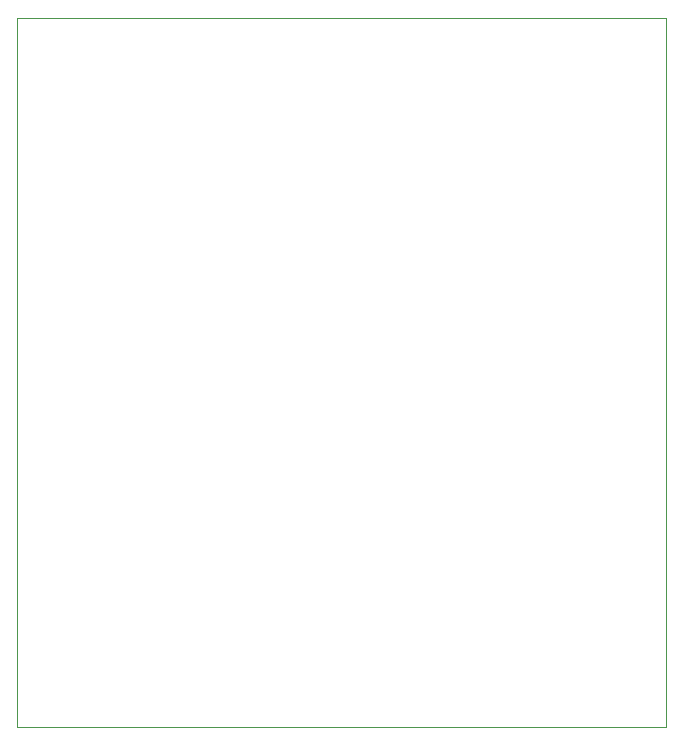
<source format=gbr>
%TF.GenerationSoftware,KiCad,Pcbnew,9.0.0*%
%TF.CreationDate,2025-03-23T16:41:57-07:00*%
%TF.ProjectId,Lights,4c696768-7473-42e6-9b69-6361645f7063,n/c*%
%TF.SameCoordinates,Original*%
%TF.FileFunction,Profile,NP*%
%FSLAX46Y46*%
G04 Gerber Fmt 4.6, Leading zero omitted, Abs format (unit mm)*
G04 Created by KiCad (PCBNEW 9.0.0) date 2025-03-23 16:41:57*
%MOMM*%
%LPD*%
G01*
G04 APERTURE LIST*
%TA.AperFunction,Profile*%
%ADD10C,0.050000*%
%TD*%
G04 APERTURE END LIST*
D10*
X154000000Y-35000000D02*
X209000000Y-35000000D01*
X209000000Y-95000000D01*
X154000000Y-95000000D01*
X154000000Y-35000000D01*
M02*

</source>
